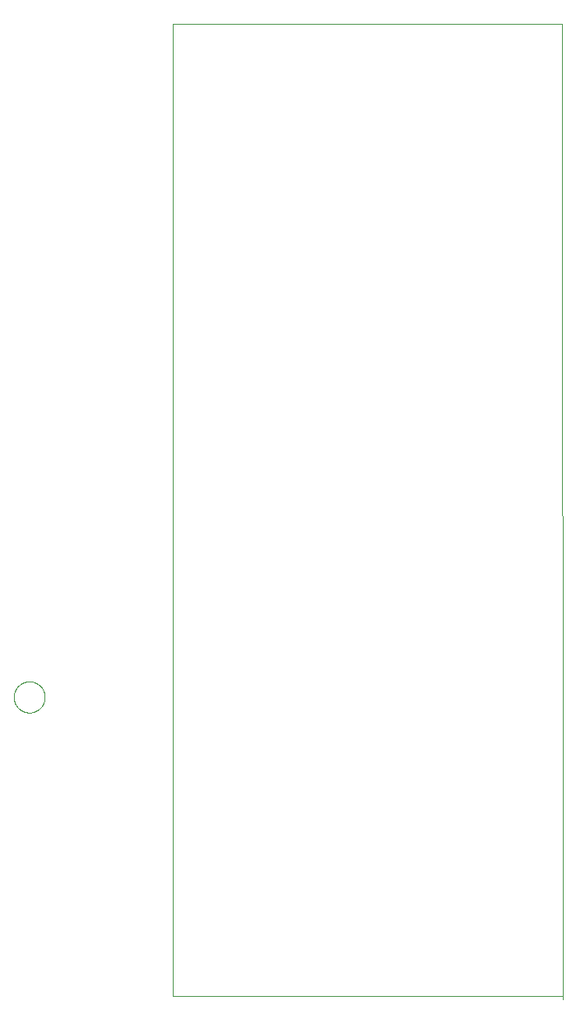
<source format=gtp>
G75*
%MOIN*%
%OFA0B0*%
%FSLAX25Y25*%
%IPPOS*%
%LPD*%
%AMOC8*
5,1,8,0,0,1.08239X$1,22.5*
%
%ADD10C,0.00000*%
D10*
X0065737Y0002417D02*
X0223217Y0002417D01*
X0223493Y0001000D02*
X0223178Y0396000D01*
X0223217Y0396118D02*
X0065737Y0396118D01*
X0065737Y0002417D01*
X0001150Y0123520D02*
X0001152Y0123678D01*
X0001158Y0123836D01*
X0001168Y0123994D01*
X0001182Y0124152D01*
X0001200Y0124309D01*
X0001221Y0124466D01*
X0001247Y0124622D01*
X0001277Y0124778D01*
X0001310Y0124933D01*
X0001348Y0125086D01*
X0001389Y0125239D01*
X0001434Y0125391D01*
X0001483Y0125542D01*
X0001536Y0125691D01*
X0001592Y0125839D01*
X0001652Y0125985D01*
X0001716Y0126130D01*
X0001784Y0126273D01*
X0001855Y0126415D01*
X0001929Y0126555D01*
X0002007Y0126692D01*
X0002089Y0126828D01*
X0002173Y0126962D01*
X0002262Y0127093D01*
X0002353Y0127222D01*
X0002448Y0127349D01*
X0002545Y0127474D01*
X0002646Y0127596D01*
X0002750Y0127715D01*
X0002857Y0127832D01*
X0002967Y0127946D01*
X0003080Y0128057D01*
X0003195Y0128166D01*
X0003313Y0128271D01*
X0003434Y0128373D01*
X0003557Y0128473D01*
X0003683Y0128569D01*
X0003811Y0128662D01*
X0003941Y0128752D01*
X0004074Y0128838D01*
X0004209Y0128922D01*
X0004345Y0129001D01*
X0004484Y0129078D01*
X0004625Y0129150D01*
X0004767Y0129220D01*
X0004911Y0129285D01*
X0005057Y0129347D01*
X0005204Y0129405D01*
X0005353Y0129460D01*
X0005503Y0129511D01*
X0005654Y0129558D01*
X0005806Y0129601D01*
X0005959Y0129640D01*
X0006114Y0129676D01*
X0006269Y0129707D01*
X0006425Y0129735D01*
X0006581Y0129759D01*
X0006738Y0129779D01*
X0006896Y0129795D01*
X0007053Y0129807D01*
X0007212Y0129815D01*
X0007370Y0129819D01*
X0007528Y0129819D01*
X0007686Y0129815D01*
X0007845Y0129807D01*
X0008002Y0129795D01*
X0008160Y0129779D01*
X0008317Y0129759D01*
X0008473Y0129735D01*
X0008629Y0129707D01*
X0008784Y0129676D01*
X0008939Y0129640D01*
X0009092Y0129601D01*
X0009244Y0129558D01*
X0009395Y0129511D01*
X0009545Y0129460D01*
X0009694Y0129405D01*
X0009841Y0129347D01*
X0009987Y0129285D01*
X0010131Y0129220D01*
X0010273Y0129150D01*
X0010414Y0129078D01*
X0010553Y0129001D01*
X0010689Y0128922D01*
X0010824Y0128838D01*
X0010957Y0128752D01*
X0011087Y0128662D01*
X0011215Y0128569D01*
X0011341Y0128473D01*
X0011464Y0128373D01*
X0011585Y0128271D01*
X0011703Y0128166D01*
X0011818Y0128057D01*
X0011931Y0127946D01*
X0012041Y0127832D01*
X0012148Y0127715D01*
X0012252Y0127596D01*
X0012353Y0127474D01*
X0012450Y0127349D01*
X0012545Y0127222D01*
X0012636Y0127093D01*
X0012725Y0126962D01*
X0012809Y0126828D01*
X0012891Y0126692D01*
X0012969Y0126555D01*
X0013043Y0126415D01*
X0013114Y0126273D01*
X0013182Y0126130D01*
X0013246Y0125985D01*
X0013306Y0125839D01*
X0013362Y0125691D01*
X0013415Y0125542D01*
X0013464Y0125391D01*
X0013509Y0125239D01*
X0013550Y0125086D01*
X0013588Y0124933D01*
X0013621Y0124778D01*
X0013651Y0124622D01*
X0013677Y0124466D01*
X0013698Y0124309D01*
X0013716Y0124152D01*
X0013730Y0123994D01*
X0013740Y0123836D01*
X0013746Y0123678D01*
X0013748Y0123520D01*
X0013746Y0123362D01*
X0013740Y0123204D01*
X0013730Y0123046D01*
X0013716Y0122888D01*
X0013698Y0122731D01*
X0013677Y0122574D01*
X0013651Y0122418D01*
X0013621Y0122262D01*
X0013588Y0122107D01*
X0013550Y0121954D01*
X0013509Y0121801D01*
X0013464Y0121649D01*
X0013415Y0121498D01*
X0013362Y0121349D01*
X0013306Y0121201D01*
X0013246Y0121055D01*
X0013182Y0120910D01*
X0013114Y0120767D01*
X0013043Y0120625D01*
X0012969Y0120485D01*
X0012891Y0120348D01*
X0012809Y0120212D01*
X0012725Y0120078D01*
X0012636Y0119947D01*
X0012545Y0119818D01*
X0012450Y0119691D01*
X0012353Y0119566D01*
X0012252Y0119444D01*
X0012148Y0119325D01*
X0012041Y0119208D01*
X0011931Y0119094D01*
X0011818Y0118983D01*
X0011703Y0118874D01*
X0011585Y0118769D01*
X0011464Y0118667D01*
X0011341Y0118567D01*
X0011215Y0118471D01*
X0011087Y0118378D01*
X0010957Y0118288D01*
X0010824Y0118202D01*
X0010689Y0118118D01*
X0010553Y0118039D01*
X0010414Y0117962D01*
X0010273Y0117890D01*
X0010131Y0117820D01*
X0009987Y0117755D01*
X0009841Y0117693D01*
X0009694Y0117635D01*
X0009545Y0117580D01*
X0009395Y0117529D01*
X0009244Y0117482D01*
X0009092Y0117439D01*
X0008939Y0117400D01*
X0008784Y0117364D01*
X0008629Y0117333D01*
X0008473Y0117305D01*
X0008317Y0117281D01*
X0008160Y0117261D01*
X0008002Y0117245D01*
X0007845Y0117233D01*
X0007686Y0117225D01*
X0007528Y0117221D01*
X0007370Y0117221D01*
X0007212Y0117225D01*
X0007053Y0117233D01*
X0006896Y0117245D01*
X0006738Y0117261D01*
X0006581Y0117281D01*
X0006425Y0117305D01*
X0006269Y0117333D01*
X0006114Y0117364D01*
X0005959Y0117400D01*
X0005806Y0117439D01*
X0005654Y0117482D01*
X0005503Y0117529D01*
X0005353Y0117580D01*
X0005204Y0117635D01*
X0005057Y0117693D01*
X0004911Y0117755D01*
X0004767Y0117820D01*
X0004625Y0117890D01*
X0004484Y0117962D01*
X0004345Y0118039D01*
X0004209Y0118118D01*
X0004074Y0118202D01*
X0003941Y0118288D01*
X0003811Y0118378D01*
X0003683Y0118471D01*
X0003557Y0118567D01*
X0003434Y0118667D01*
X0003313Y0118769D01*
X0003195Y0118874D01*
X0003080Y0118983D01*
X0002967Y0119094D01*
X0002857Y0119208D01*
X0002750Y0119325D01*
X0002646Y0119444D01*
X0002545Y0119566D01*
X0002448Y0119691D01*
X0002353Y0119818D01*
X0002262Y0119947D01*
X0002173Y0120078D01*
X0002089Y0120212D01*
X0002007Y0120348D01*
X0001929Y0120485D01*
X0001855Y0120625D01*
X0001784Y0120767D01*
X0001716Y0120910D01*
X0001652Y0121055D01*
X0001592Y0121201D01*
X0001536Y0121349D01*
X0001483Y0121498D01*
X0001434Y0121649D01*
X0001389Y0121801D01*
X0001348Y0121954D01*
X0001310Y0122107D01*
X0001277Y0122262D01*
X0001247Y0122418D01*
X0001221Y0122574D01*
X0001200Y0122731D01*
X0001182Y0122888D01*
X0001168Y0123046D01*
X0001158Y0123204D01*
X0001152Y0123362D01*
X0001150Y0123520D01*
M02*

</source>
